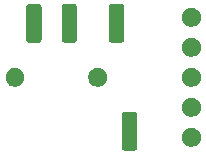
<source format=gbr>
G04 #@! TF.GenerationSoftware,KiCad,Pcbnew,(5.1.5)-3*
G04 #@! TF.CreationDate,2020-12-21T12:30:09+01:00*
G04 #@! TF.ProjectId,epimetheus_bmp180,6570696d-6574-4686-9575-735f626d7031,rev?*
G04 #@! TF.SameCoordinates,Original*
G04 #@! TF.FileFunction,Soldermask,Top*
G04 #@! TF.FilePolarity,Negative*
%FSLAX46Y46*%
G04 Gerber Fmt 4.6, Leading zero omitted, Abs format (unit mm)*
G04 Created by KiCad (PCBNEW (5.1.5)-3) date 2020-12-21 12:30:09*
%MOMM*%
%LPD*%
G04 APERTURE LIST*
%ADD10C,0.100000*%
G04 APERTURE END LIST*
D10*
G36*
X173512192Y-33914646D02*
G01*
X173561414Y-33929578D01*
X173606778Y-33953826D01*
X173646542Y-33986458D01*
X173679174Y-34026222D01*
X173703422Y-34071586D01*
X173718354Y-34120808D01*
X173724000Y-34178140D01*
X173724000Y-36941860D01*
X173718354Y-36999192D01*
X173703422Y-37048414D01*
X173679174Y-37093778D01*
X173646542Y-37133542D01*
X173606778Y-37166174D01*
X173561414Y-37190422D01*
X173512192Y-37205354D01*
X173454860Y-37211000D01*
X172691140Y-37211000D01*
X172633808Y-37205354D01*
X172584586Y-37190422D01*
X172539222Y-37166174D01*
X172499458Y-37133542D01*
X172466826Y-37093778D01*
X172442578Y-37048414D01*
X172427646Y-36999192D01*
X172422000Y-36941860D01*
X172422000Y-34178140D01*
X172427646Y-34120808D01*
X172442578Y-34071586D01*
X172466826Y-34026222D01*
X172499458Y-33986458D01*
X172539222Y-33953826D01*
X172584586Y-33929578D01*
X172633808Y-33914646D01*
X172691140Y-33909000D01*
X173454860Y-33909000D01*
X173512192Y-33914646D01*
G37*
G36*
X178545142Y-35286242D02*
G01*
X178693101Y-35347529D01*
X178826255Y-35436499D01*
X178939501Y-35549745D01*
X179028471Y-35682899D01*
X179089758Y-35830858D01*
X179121000Y-35987925D01*
X179121000Y-36148075D01*
X179089758Y-36305142D01*
X179028471Y-36453101D01*
X178939501Y-36586255D01*
X178826255Y-36699501D01*
X178693101Y-36788471D01*
X178545142Y-36849758D01*
X178388075Y-36881000D01*
X178227925Y-36881000D01*
X178070858Y-36849758D01*
X177922899Y-36788471D01*
X177789745Y-36699501D01*
X177676499Y-36586255D01*
X177587529Y-36453101D01*
X177526242Y-36305142D01*
X177495000Y-36148075D01*
X177495000Y-35987925D01*
X177526242Y-35830858D01*
X177587529Y-35682899D01*
X177676499Y-35549745D01*
X177789745Y-35436499D01*
X177922899Y-35347529D01*
X178070858Y-35286242D01*
X178227925Y-35255000D01*
X178388075Y-35255000D01*
X178545142Y-35286242D01*
G37*
G36*
X178545142Y-32746242D02*
G01*
X178693101Y-32807529D01*
X178826255Y-32896499D01*
X178939501Y-33009745D01*
X179028471Y-33142899D01*
X179089758Y-33290858D01*
X179121000Y-33447925D01*
X179121000Y-33608075D01*
X179089758Y-33765142D01*
X179028471Y-33913101D01*
X178939501Y-34046255D01*
X178826255Y-34159501D01*
X178693101Y-34248471D01*
X178545142Y-34309758D01*
X178388075Y-34341000D01*
X178227925Y-34341000D01*
X178070858Y-34309758D01*
X177922899Y-34248471D01*
X177789745Y-34159501D01*
X177676499Y-34046255D01*
X177587529Y-33913101D01*
X177526242Y-33765142D01*
X177495000Y-33608075D01*
X177495000Y-33447925D01*
X177526242Y-33290858D01*
X177587529Y-33142899D01*
X177676499Y-33009745D01*
X177789745Y-32896499D01*
X177922899Y-32807529D01*
X178070858Y-32746242D01*
X178227925Y-32715000D01*
X178388075Y-32715000D01*
X178545142Y-32746242D01*
G37*
G36*
X178545142Y-30206242D02*
G01*
X178693101Y-30267529D01*
X178826255Y-30356499D01*
X178939501Y-30469745D01*
X179028471Y-30602899D01*
X179089758Y-30750858D01*
X179121000Y-30907925D01*
X179121000Y-31068075D01*
X179089758Y-31225142D01*
X179028471Y-31373101D01*
X178939501Y-31506255D01*
X178826255Y-31619501D01*
X178693101Y-31708471D01*
X178545142Y-31769758D01*
X178388075Y-31801000D01*
X178227925Y-31801000D01*
X178070858Y-31769758D01*
X177922899Y-31708471D01*
X177789745Y-31619501D01*
X177676499Y-31506255D01*
X177587529Y-31373101D01*
X177526242Y-31225142D01*
X177495000Y-31068075D01*
X177495000Y-30907925D01*
X177526242Y-30750858D01*
X177587529Y-30602899D01*
X177676499Y-30469745D01*
X177789745Y-30356499D01*
X177922899Y-30267529D01*
X178070858Y-30206242D01*
X178227925Y-30175000D01*
X178388075Y-30175000D01*
X178545142Y-30206242D01*
G37*
G36*
X170606642Y-30217781D02*
G01*
X170752414Y-30278162D01*
X170752416Y-30278163D01*
X170883608Y-30365822D01*
X170995178Y-30477392D01*
X171079038Y-30602899D01*
X171082838Y-30608586D01*
X171143219Y-30754358D01*
X171174000Y-30909107D01*
X171174000Y-31066893D01*
X171143219Y-31221642D01*
X171082838Y-31367414D01*
X171082837Y-31367416D01*
X170995178Y-31498608D01*
X170883608Y-31610178D01*
X170752416Y-31697837D01*
X170752415Y-31697838D01*
X170752414Y-31697838D01*
X170606642Y-31758219D01*
X170451893Y-31789000D01*
X170294107Y-31789000D01*
X170139358Y-31758219D01*
X169993586Y-31697838D01*
X169993585Y-31697838D01*
X169993584Y-31697837D01*
X169862392Y-31610178D01*
X169750822Y-31498608D01*
X169663163Y-31367416D01*
X169663162Y-31367414D01*
X169602781Y-31221642D01*
X169572000Y-31066893D01*
X169572000Y-30909107D01*
X169602781Y-30754358D01*
X169663162Y-30608586D01*
X169666962Y-30602899D01*
X169750822Y-30477392D01*
X169862392Y-30365822D01*
X169993584Y-30278163D01*
X169993586Y-30278162D01*
X170139358Y-30217781D01*
X170294107Y-30187000D01*
X170451893Y-30187000D01*
X170606642Y-30217781D01*
G37*
G36*
X163606642Y-30217781D02*
G01*
X163752414Y-30278162D01*
X163752416Y-30278163D01*
X163883608Y-30365822D01*
X163995178Y-30477392D01*
X164079038Y-30602899D01*
X164082838Y-30608586D01*
X164143219Y-30754358D01*
X164174000Y-30909107D01*
X164174000Y-31066893D01*
X164143219Y-31221642D01*
X164082838Y-31367414D01*
X164082837Y-31367416D01*
X163995178Y-31498608D01*
X163883608Y-31610178D01*
X163752416Y-31697837D01*
X163752415Y-31697838D01*
X163752414Y-31697838D01*
X163606642Y-31758219D01*
X163451893Y-31789000D01*
X163294107Y-31789000D01*
X163139358Y-31758219D01*
X162993586Y-31697838D01*
X162993585Y-31697838D01*
X162993584Y-31697837D01*
X162862392Y-31610178D01*
X162750822Y-31498608D01*
X162663163Y-31367416D01*
X162663162Y-31367414D01*
X162602781Y-31221642D01*
X162572000Y-31066893D01*
X162572000Y-30909107D01*
X162602781Y-30754358D01*
X162663162Y-30608586D01*
X162666962Y-30602899D01*
X162750822Y-30477392D01*
X162862392Y-30365822D01*
X162993584Y-30278163D01*
X162993586Y-30278162D01*
X163139358Y-30217781D01*
X163294107Y-30187000D01*
X163451893Y-30187000D01*
X163606642Y-30217781D01*
G37*
G36*
X178545142Y-27666242D02*
G01*
X178693101Y-27727529D01*
X178826255Y-27816499D01*
X178939501Y-27929745D01*
X179028471Y-28062899D01*
X179089758Y-28210858D01*
X179121000Y-28367925D01*
X179121000Y-28528075D01*
X179089758Y-28685142D01*
X179028471Y-28833101D01*
X178939501Y-28966255D01*
X178826255Y-29079501D01*
X178693101Y-29168471D01*
X178545142Y-29229758D01*
X178388075Y-29261000D01*
X178227925Y-29261000D01*
X178070858Y-29229758D01*
X177922899Y-29168471D01*
X177789745Y-29079501D01*
X177676499Y-28966255D01*
X177587529Y-28833101D01*
X177526242Y-28685142D01*
X177495000Y-28528075D01*
X177495000Y-28367925D01*
X177526242Y-28210858D01*
X177587529Y-28062899D01*
X177676499Y-27929745D01*
X177789745Y-27816499D01*
X177922899Y-27727529D01*
X178070858Y-27666242D01*
X178227925Y-27635000D01*
X178388075Y-27635000D01*
X178545142Y-27666242D01*
G37*
G36*
X168412192Y-24770646D02*
G01*
X168461414Y-24785578D01*
X168506778Y-24809826D01*
X168546542Y-24842458D01*
X168579174Y-24882222D01*
X168603422Y-24927586D01*
X168618354Y-24976808D01*
X168624000Y-25034140D01*
X168624000Y-27797860D01*
X168618354Y-27855192D01*
X168603422Y-27904414D01*
X168579174Y-27949778D01*
X168546542Y-27989542D01*
X168506778Y-28022174D01*
X168461414Y-28046422D01*
X168412192Y-28061354D01*
X168354860Y-28067000D01*
X167591140Y-28067000D01*
X167533808Y-28061354D01*
X167484586Y-28046422D01*
X167439222Y-28022174D01*
X167399458Y-27989542D01*
X167366826Y-27949778D01*
X167342578Y-27904414D01*
X167327646Y-27855192D01*
X167322000Y-27797860D01*
X167322000Y-25034140D01*
X167327646Y-24976808D01*
X167342578Y-24927586D01*
X167366826Y-24882222D01*
X167399458Y-24842458D01*
X167439222Y-24809826D01*
X167484586Y-24785578D01*
X167533808Y-24770646D01*
X167591140Y-24765000D01*
X168354860Y-24765000D01*
X168412192Y-24770646D01*
G37*
G36*
X165412192Y-24770646D02*
G01*
X165461414Y-24785578D01*
X165506778Y-24809826D01*
X165546542Y-24842458D01*
X165579174Y-24882222D01*
X165603422Y-24927586D01*
X165618354Y-24976808D01*
X165624000Y-25034140D01*
X165624000Y-27797860D01*
X165618354Y-27855192D01*
X165603422Y-27904414D01*
X165579174Y-27949778D01*
X165546542Y-27989542D01*
X165506778Y-28022174D01*
X165461414Y-28046422D01*
X165412192Y-28061354D01*
X165354860Y-28067000D01*
X164591140Y-28067000D01*
X164533808Y-28061354D01*
X164484586Y-28046422D01*
X164439222Y-28022174D01*
X164399458Y-27989542D01*
X164366826Y-27949778D01*
X164342578Y-27904414D01*
X164327646Y-27855192D01*
X164322000Y-27797860D01*
X164322000Y-25034140D01*
X164327646Y-24976808D01*
X164342578Y-24927586D01*
X164366826Y-24882222D01*
X164399458Y-24842458D01*
X164439222Y-24809826D01*
X164484586Y-24785578D01*
X164533808Y-24770646D01*
X164591140Y-24765000D01*
X165354860Y-24765000D01*
X165412192Y-24770646D01*
G37*
G36*
X172397192Y-24770646D02*
G01*
X172446414Y-24785578D01*
X172491778Y-24809826D01*
X172531542Y-24842458D01*
X172564174Y-24882222D01*
X172588422Y-24927586D01*
X172603354Y-24976808D01*
X172609000Y-25034140D01*
X172609000Y-27797860D01*
X172603354Y-27855192D01*
X172588422Y-27904414D01*
X172564174Y-27949778D01*
X172531542Y-27989542D01*
X172491778Y-28022174D01*
X172446414Y-28046422D01*
X172397192Y-28061354D01*
X172339860Y-28067000D01*
X171576140Y-28067000D01*
X171518808Y-28061354D01*
X171469586Y-28046422D01*
X171424222Y-28022174D01*
X171384458Y-27989542D01*
X171351826Y-27949778D01*
X171327578Y-27904414D01*
X171312646Y-27855192D01*
X171307000Y-27797860D01*
X171307000Y-25034140D01*
X171312646Y-24976808D01*
X171327578Y-24927586D01*
X171351826Y-24882222D01*
X171384458Y-24842458D01*
X171424222Y-24809826D01*
X171469586Y-24785578D01*
X171518808Y-24770646D01*
X171576140Y-24765000D01*
X172339860Y-24765000D01*
X172397192Y-24770646D01*
G37*
G36*
X178545142Y-25126242D02*
G01*
X178693101Y-25187529D01*
X178826255Y-25276499D01*
X178939501Y-25389745D01*
X179028471Y-25522899D01*
X179089758Y-25670858D01*
X179121000Y-25827925D01*
X179121000Y-25988075D01*
X179089758Y-26145142D01*
X179028471Y-26293101D01*
X178939501Y-26426255D01*
X178826255Y-26539501D01*
X178693101Y-26628471D01*
X178545142Y-26689758D01*
X178388075Y-26721000D01*
X178227925Y-26721000D01*
X178070858Y-26689758D01*
X177922899Y-26628471D01*
X177789745Y-26539501D01*
X177676499Y-26426255D01*
X177587529Y-26293101D01*
X177526242Y-26145142D01*
X177495000Y-25988075D01*
X177495000Y-25827925D01*
X177526242Y-25670858D01*
X177587529Y-25522899D01*
X177676499Y-25389745D01*
X177789745Y-25276499D01*
X177922899Y-25187529D01*
X178070858Y-25126242D01*
X178227925Y-25095000D01*
X178388075Y-25095000D01*
X178545142Y-25126242D01*
G37*
M02*

</source>
